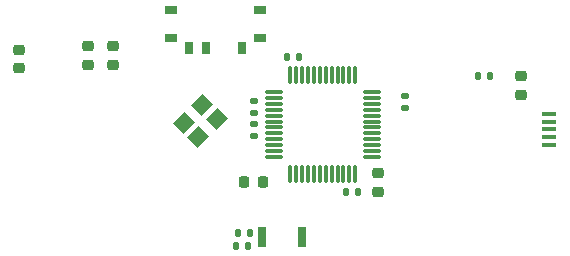
<source format=gbr>
%TF.GenerationSoftware,KiCad,Pcbnew,9.0.0*%
%TF.CreationDate,2025-03-28T00:52:52+01:00*%
%TF.ProjectId,DMX-Adapter-small-V3,444d582d-4164-4617-9074-65722d736d61,rev?*%
%TF.SameCoordinates,Original*%
%TF.FileFunction,Paste,Top*%
%TF.FilePolarity,Positive*%
%FSLAX46Y46*%
G04 Gerber Fmt 4.6, Leading zero omitted, Abs format (unit mm)*
G04 Created by KiCad (PCBNEW 9.0.0) date 2025-03-28 00:52:52*
%MOMM*%
%LPD*%
G01*
G04 APERTURE LIST*
G04 Aperture macros list*
%AMRoundRect*
0 Rectangle with rounded corners*
0 $1 Rounding radius*
0 $2 $3 $4 $5 $6 $7 $8 $9 X,Y pos of 4 corners*
0 Add a 4 corners polygon primitive as box body*
4,1,4,$2,$3,$4,$5,$6,$7,$8,$9,$2,$3,0*
0 Add four circle primitives for the rounded corners*
1,1,$1+$1,$2,$3*
1,1,$1+$1,$4,$5*
1,1,$1+$1,$6,$7*
1,1,$1+$1,$8,$9*
0 Add four rect primitives between the rounded corners*
20,1,$1+$1,$2,$3,$4,$5,0*
20,1,$1+$1,$4,$5,$6,$7,0*
20,1,$1+$1,$6,$7,$8,$9,0*
20,1,$1+$1,$8,$9,$2,$3,0*%
%AMRotRect*
0 Rectangle, with rotation*
0 The origin of the aperture is its center*
0 $1 length*
0 $2 width*
0 $3 Rotation angle, in degrees counterclockwise*
0 Add horizontal line*
21,1,$1,$2,0,0,$3*%
G04 Aperture macros list end*
%ADD10RoundRect,0.135000X0.135000X0.185000X-0.135000X0.185000X-0.135000X-0.185000X0.135000X-0.185000X0*%
%ADD11RoundRect,0.218750X-0.218750X-0.256250X0.218750X-0.256250X0.218750X0.256250X-0.218750X0.256250X0*%
%ADD12R,0.800000X1.700000*%
%ADD13RoundRect,0.140000X0.140000X0.170000X-0.140000X0.170000X-0.140000X-0.170000X0.140000X-0.170000X0*%
%ADD14RoundRect,0.225000X-0.250000X0.225000X-0.250000X-0.225000X0.250000X-0.225000X0.250000X0.225000X0*%
%ADD15RoundRect,0.225000X0.250000X-0.225000X0.250000X0.225000X-0.250000X0.225000X-0.250000X-0.225000X0*%
%ADD16R,0.700000X1.000000*%
%ADD17R,1.000000X0.800000*%
%ADD18RoundRect,0.135000X-0.135000X-0.185000X0.135000X-0.185000X0.135000X0.185000X-0.135000X0.185000X0*%
%ADD19RoundRect,0.075000X-0.662500X-0.075000X0.662500X-0.075000X0.662500X0.075000X-0.662500X0.075000X0*%
%ADD20RoundRect,0.075000X-0.075000X-0.662500X0.075000X-0.662500X0.075000X0.662500X-0.075000X0.662500X0*%
%ADD21RoundRect,0.140000X-0.140000X-0.170000X0.140000X-0.170000X0.140000X0.170000X-0.140000X0.170000X0*%
%ADD22RoundRect,0.218750X0.256250X-0.218750X0.256250X0.218750X-0.256250X0.218750X-0.256250X-0.218750X0*%
%ADD23RoundRect,0.140000X0.170000X-0.140000X0.170000X0.140000X-0.170000X0.140000X-0.170000X-0.140000X0*%
%ADD24RoundRect,0.135000X-0.185000X0.135000X-0.185000X-0.135000X0.185000X-0.135000X0.185000X0.135000X0*%
%ADD25RoundRect,0.140000X-0.170000X0.140000X-0.170000X-0.140000X0.170000X-0.140000X0.170000X0.140000X0*%
%ADD26RotRect,1.400000X1.200000X225.000000*%
%ADD27R,1.300000X0.450000*%
G04 APERTURE END LIST*
D10*
%TO.C,R7*%
X174020000Y-45250000D03*
X173000000Y-45250000D03*
%TD*%
D11*
%TO.C,D2*%
X173525000Y-41000000D03*
X175100000Y-41000000D03*
%TD*%
D12*
%TO.C,SW1*%
X178450000Y-45650000D03*
X175050000Y-45650000D03*
%TD*%
D13*
%TO.C,C5*%
X183170000Y-41830000D03*
X182210000Y-41830000D03*
%TD*%
D14*
%TO.C,C7*%
X154500000Y-29800000D03*
X154500000Y-31350000D03*
%TD*%
D15*
%TO.C,C12*%
X160350000Y-31025000D03*
X160350000Y-29475000D03*
%TD*%
D16*
%TO.C,SW2*%
X173350000Y-29650000D03*
X170350000Y-29650000D03*
X168850000Y-29650000D03*
D17*
X174850000Y-28750000D03*
X167350000Y-28750000D03*
X167350000Y-26450000D03*
X174850000Y-26450000D03*
%TD*%
D15*
%TO.C,C6*%
X184900000Y-41800000D03*
X184900000Y-40250000D03*
%TD*%
D18*
%TO.C,R4*%
X172880000Y-46400000D03*
X173900000Y-46400000D03*
%TD*%
D19*
%TO.C,U1*%
X176037500Y-33350000D03*
X176037500Y-33850000D03*
X176037500Y-34350000D03*
X176037500Y-34850000D03*
X176037500Y-35350000D03*
X176037500Y-35850000D03*
X176037500Y-36350000D03*
X176037500Y-36850000D03*
X176037500Y-37350000D03*
X176037500Y-37850000D03*
X176037500Y-38350000D03*
X176037500Y-38850000D03*
D20*
X177450000Y-40262500D03*
X177950000Y-40262500D03*
X178450000Y-40262500D03*
X178950000Y-40262500D03*
X179450000Y-40262500D03*
X179950000Y-40262500D03*
X180450000Y-40262500D03*
X180950000Y-40262500D03*
X181450000Y-40262500D03*
X181950000Y-40262500D03*
X182450000Y-40262500D03*
X182950000Y-40262500D03*
D19*
X184362500Y-38850000D03*
X184362500Y-38350000D03*
X184362500Y-37850000D03*
X184362500Y-37350000D03*
X184362500Y-36850000D03*
X184362500Y-36350000D03*
X184362500Y-35850000D03*
X184362500Y-35350000D03*
X184362500Y-34850000D03*
X184362500Y-34350000D03*
X184362500Y-33850000D03*
X184362500Y-33350000D03*
D20*
X182950000Y-31937500D03*
X182450000Y-31937500D03*
X181950000Y-31937500D03*
X181450000Y-31937500D03*
X180950000Y-31937500D03*
X180450000Y-31937500D03*
X179950000Y-31937500D03*
X179450000Y-31937500D03*
X178950000Y-31937500D03*
X178450000Y-31937500D03*
X177950000Y-31937500D03*
X177450000Y-31937500D03*
%TD*%
D21*
%TO.C,C1*%
X177210000Y-30380000D03*
X178170000Y-30380000D03*
%TD*%
D22*
%TO.C,D1*%
X197000000Y-33575000D03*
X197000000Y-32000000D03*
%TD*%
D18*
%TO.C,R3*%
X193330000Y-32000000D03*
X194350000Y-32000000D03*
%TD*%
D23*
%TO.C,C8*%
X174370000Y-35090000D03*
X174370000Y-34130000D03*
%TD*%
D24*
%TO.C,R1*%
X187150000Y-33680000D03*
X187150000Y-34700000D03*
%TD*%
D25*
%TO.C,C9*%
X174370000Y-36080000D03*
X174370000Y-37040000D03*
%TD*%
D26*
%TO.C,Y1*%
X170017919Y-34427919D03*
X168462284Y-35983554D03*
X169664365Y-37185635D03*
X171220000Y-35630000D03*
%TD*%
D27*
%TO.C,J1*%
X199350000Y-37800000D03*
X199350000Y-37150000D03*
X199350000Y-36500000D03*
X199350000Y-35850000D03*
X199350000Y-35200000D03*
%TD*%
D15*
%TO.C,C13*%
X162400000Y-31025000D03*
X162400000Y-29475000D03*
%TD*%
M02*

</source>
